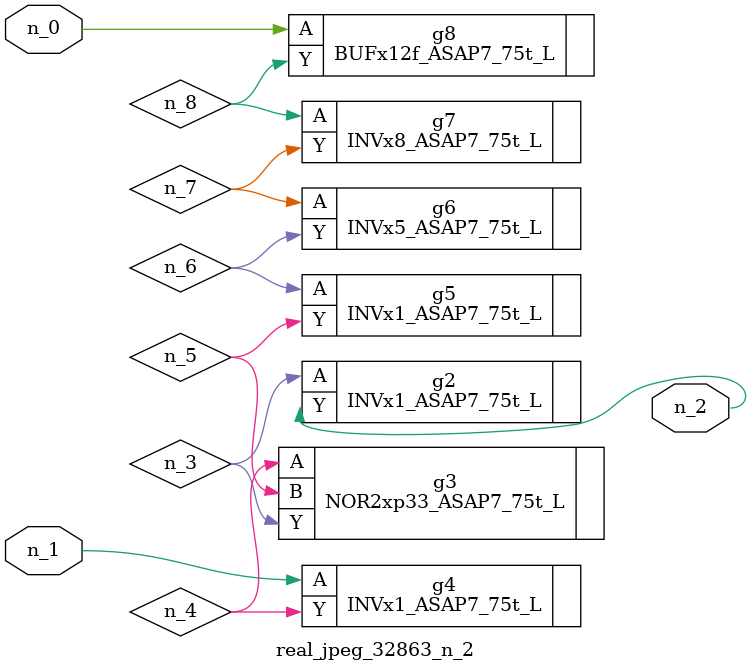
<source format=v>
module real_jpeg_32863_n_2 (n_1, n_0, n_2);

input n_1;
input n_0;

output n_2;

wire n_5;
wire n_4;
wire n_8;
wire n_6;
wire n_7;
wire n_3;

BUFx12f_ASAP7_75t_L g8 ( 
.A(n_0),
.Y(n_8)
);

INVx1_ASAP7_75t_L g4 ( 
.A(n_1),
.Y(n_4)
);

INVx1_ASAP7_75t_L g2 ( 
.A(n_3),
.Y(n_2)
);

NOR2xp33_ASAP7_75t_L g3 ( 
.A(n_4),
.B(n_5),
.Y(n_3)
);

INVx1_ASAP7_75t_L g5 ( 
.A(n_6),
.Y(n_5)
);

INVx5_ASAP7_75t_L g6 ( 
.A(n_7),
.Y(n_6)
);

INVx8_ASAP7_75t_L g7 ( 
.A(n_8),
.Y(n_7)
);


endmodule
</source>
